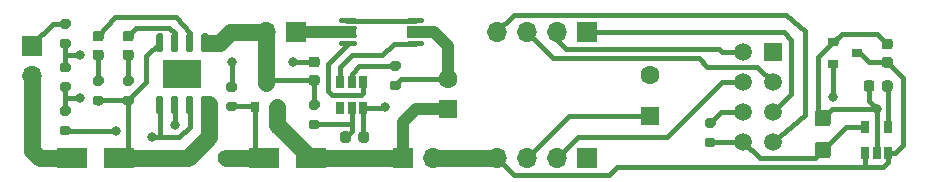
<source format=gtl>
%TF.GenerationSoftware,KiCad,Pcbnew,5.1.8-5.1.8*%
%TF.CreationDate,2022-10-01T18:22:25+01:00*%
%TF.ProjectId,ESPower,4553506f-7765-4722-9e6b-696361645f70,rev?*%
%TF.SameCoordinates,Original*%
%TF.FileFunction,Copper,L1,Top*%
%TF.FilePolarity,Positive*%
%FSLAX46Y46*%
G04 Gerber Fmt 4.6, Leading zero omitted, Abs format (unit mm)*
G04 Created by KiCad (PCBNEW 5.1.8-5.1.8) date 2022-10-01 18:22:25*
%MOMM*%
%LPD*%
G01*
G04 APERTURE LIST*
%TA.AperFunction,SMDPad,CuDef*%
%ADD10R,2.500000X1.800000*%
%TD*%
%TA.AperFunction,ComponentPad*%
%ADD11C,1.500000*%
%TD*%
%TA.AperFunction,ComponentPad*%
%ADD12R,1.500000X1.500000*%
%TD*%
%TA.AperFunction,SMDPad,CuDef*%
%ADD13R,0.900000X0.800000*%
%TD*%
%TA.AperFunction,SMDPad,CuDef*%
%ADD14R,0.650000X1.060000*%
%TD*%
%TA.AperFunction,SMDPad,CuDef*%
%ADD15R,3.200000X2.400000*%
%TD*%
%TA.AperFunction,SMDPad,CuDef*%
%ADD16R,0.800000X0.900000*%
%TD*%
%TA.AperFunction,ComponentPad*%
%ADD17R,1.700000X1.700000*%
%TD*%
%TA.AperFunction,ComponentPad*%
%ADD18O,1.700000X1.700000*%
%TD*%
%TA.AperFunction,ComponentPad*%
%ADD19C,1.600000*%
%TD*%
%TA.AperFunction,ComponentPad*%
%ADD20R,1.600000X1.600000*%
%TD*%
%TA.AperFunction,ViaPad*%
%ADD21C,0.800000*%
%TD*%
%TA.AperFunction,ViaPad*%
%ADD22C,1.400000*%
%TD*%
%TA.AperFunction,Conductor*%
%ADD23C,0.300000*%
%TD*%
%TA.AperFunction,Conductor*%
%ADD24C,0.400000*%
%TD*%
%TA.AperFunction,Conductor*%
%ADD25C,1.050000*%
%TD*%
%TA.AperFunction,Conductor*%
%ADD26C,1.400000*%
%TD*%
G04 APERTURE END LIST*
D10*
X103664000Y-106807000D03*
X107664000Y-106807000D03*
X87408000Y-106807000D03*
X91408000Y-106807000D03*
%TA.AperFunction,SMDPad,CuDef*%
G36*
G01*
X87143000Y-99524000D02*
X86593000Y-99524000D01*
G75*
G02*
X86393000Y-99324000I0J200000D01*
G01*
X86393000Y-98924000D01*
G75*
G02*
X86593000Y-98724000I200000J0D01*
G01*
X87143000Y-98724000D01*
G75*
G02*
X87343000Y-98924000I0J-200000D01*
G01*
X87343000Y-99324000D01*
G75*
G02*
X87143000Y-99524000I-200000J0D01*
G01*
G37*
%TD.AperFunction*%
%TA.AperFunction,SMDPad,CuDef*%
G36*
G01*
X87143000Y-101174000D02*
X86593000Y-101174000D01*
G75*
G02*
X86393000Y-100974000I0J200000D01*
G01*
X86393000Y-100574000D01*
G75*
G02*
X86593000Y-100374000I200000J0D01*
G01*
X87143000Y-100374000D01*
G75*
G02*
X87343000Y-100574000I0J-200000D01*
G01*
X87343000Y-100974000D01*
G75*
G02*
X87143000Y-101174000I-200000J0D01*
G01*
G37*
%TD.AperFunction*%
D11*
X144272000Y-105410000D03*
X144272000Y-102870000D03*
X144272000Y-100330000D03*
X144272000Y-97790000D03*
D12*
X146812000Y-97790000D03*
D11*
X146812000Y-100330000D03*
X146812000Y-102870000D03*
X146812000Y-105410000D03*
D13*
X153908000Y-97917000D03*
X151908000Y-98867000D03*
X151908000Y-96967000D03*
D14*
X154625000Y-104183000D03*
X156525000Y-104183000D03*
X156525000Y-106383000D03*
X155575000Y-106383000D03*
X154625000Y-106383000D03*
X111125000Y-102573000D03*
X112075000Y-102573000D03*
X110175000Y-102573000D03*
X110175000Y-100373000D03*
X111125000Y-100373000D03*
X112075000Y-100373000D03*
D15*
X96774000Y-99695000D03*
%TA.AperFunction,SMDPad,CuDef*%
G36*
G01*
X95019000Y-97845000D02*
X94719000Y-97845000D01*
G75*
G02*
X94569000Y-97695000I0J150000D01*
G01*
X94569000Y-96395000D01*
G75*
G02*
X94719000Y-96245000I150000J0D01*
G01*
X95019000Y-96245000D01*
G75*
G02*
X95169000Y-96395000I0J-150000D01*
G01*
X95169000Y-97695000D01*
G75*
G02*
X95019000Y-97845000I-150000J0D01*
G01*
G37*
%TD.AperFunction*%
%TA.AperFunction,SMDPad,CuDef*%
G36*
G01*
X96289000Y-97845000D02*
X95989000Y-97845000D01*
G75*
G02*
X95839000Y-97695000I0J150000D01*
G01*
X95839000Y-96395000D01*
G75*
G02*
X95989000Y-96245000I150000J0D01*
G01*
X96289000Y-96245000D01*
G75*
G02*
X96439000Y-96395000I0J-150000D01*
G01*
X96439000Y-97695000D01*
G75*
G02*
X96289000Y-97845000I-150000J0D01*
G01*
G37*
%TD.AperFunction*%
%TA.AperFunction,SMDPad,CuDef*%
G36*
G01*
X97559000Y-97845000D02*
X97259000Y-97845000D01*
G75*
G02*
X97109000Y-97695000I0J150000D01*
G01*
X97109000Y-96395000D01*
G75*
G02*
X97259000Y-96245000I150000J0D01*
G01*
X97559000Y-96245000D01*
G75*
G02*
X97709000Y-96395000I0J-150000D01*
G01*
X97709000Y-97695000D01*
G75*
G02*
X97559000Y-97845000I-150000J0D01*
G01*
G37*
%TD.AperFunction*%
%TA.AperFunction,SMDPad,CuDef*%
G36*
G01*
X98829000Y-97845000D02*
X98529000Y-97845000D01*
G75*
G02*
X98379000Y-97695000I0J150000D01*
G01*
X98379000Y-96395000D01*
G75*
G02*
X98529000Y-96245000I150000J0D01*
G01*
X98829000Y-96245000D01*
G75*
G02*
X98979000Y-96395000I0J-150000D01*
G01*
X98979000Y-97695000D01*
G75*
G02*
X98829000Y-97845000I-150000J0D01*
G01*
G37*
%TD.AperFunction*%
%TA.AperFunction,SMDPad,CuDef*%
G36*
G01*
X98829000Y-103145000D02*
X98529000Y-103145000D01*
G75*
G02*
X98379000Y-102995000I0J150000D01*
G01*
X98379000Y-101695000D01*
G75*
G02*
X98529000Y-101545000I150000J0D01*
G01*
X98829000Y-101545000D01*
G75*
G02*
X98979000Y-101695000I0J-150000D01*
G01*
X98979000Y-102995000D01*
G75*
G02*
X98829000Y-103145000I-150000J0D01*
G01*
G37*
%TD.AperFunction*%
%TA.AperFunction,SMDPad,CuDef*%
G36*
G01*
X97559000Y-103145000D02*
X97259000Y-103145000D01*
G75*
G02*
X97109000Y-102995000I0J150000D01*
G01*
X97109000Y-101695000D01*
G75*
G02*
X97259000Y-101545000I150000J0D01*
G01*
X97559000Y-101545000D01*
G75*
G02*
X97709000Y-101695000I0J-150000D01*
G01*
X97709000Y-102995000D01*
G75*
G02*
X97559000Y-103145000I-150000J0D01*
G01*
G37*
%TD.AperFunction*%
%TA.AperFunction,SMDPad,CuDef*%
G36*
G01*
X96289000Y-103145000D02*
X95989000Y-103145000D01*
G75*
G02*
X95839000Y-102995000I0J150000D01*
G01*
X95839000Y-101695000D01*
G75*
G02*
X95989000Y-101545000I150000J0D01*
G01*
X96289000Y-101545000D01*
G75*
G02*
X96439000Y-101695000I0J-150000D01*
G01*
X96439000Y-102995000D01*
G75*
G02*
X96289000Y-103145000I-150000J0D01*
G01*
G37*
%TD.AperFunction*%
%TA.AperFunction,SMDPad,CuDef*%
G36*
G01*
X95019000Y-103145000D02*
X94719000Y-103145000D01*
G75*
G02*
X94569000Y-102995000I0J150000D01*
G01*
X94569000Y-101695000D01*
G75*
G02*
X94719000Y-101545000I150000J0D01*
G01*
X95019000Y-101545000D01*
G75*
G02*
X95169000Y-101695000I0J-150000D01*
G01*
X95169000Y-102995000D01*
G75*
G02*
X95019000Y-103145000I-150000J0D01*
G01*
G37*
%TD.AperFunction*%
%TA.AperFunction,SMDPad,CuDef*%
G36*
G01*
X141753000Y-104223000D02*
X141203000Y-104223000D01*
G75*
G02*
X141003000Y-104023000I0J200000D01*
G01*
X141003000Y-103623000D01*
G75*
G02*
X141203000Y-103423000I200000J0D01*
G01*
X141753000Y-103423000D01*
G75*
G02*
X141953000Y-103623000I0J-200000D01*
G01*
X141953000Y-104023000D01*
G75*
G02*
X141753000Y-104223000I-200000J0D01*
G01*
G37*
%TD.AperFunction*%
%TA.AperFunction,SMDPad,CuDef*%
G36*
G01*
X141753000Y-105873000D02*
X141203000Y-105873000D01*
G75*
G02*
X141003000Y-105673000I0J200000D01*
G01*
X141003000Y-105273000D01*
G75*
G02*
X141203000Y-105073000I200000J0D01*
G01*
X141753000Y-105073000D01*
G75*
G02*
X141953000Y-105273000I0J-200000D01*
G01*
X141953000Y-105673000D01*
G75*
G02*
X141753000Y-105873000I-200000J0D01*
G01*
G37*
%TD.AperFunction*%
%TA.AperFunction,SMDPad,CuDef*%
G36*
G01*
X107675000Y-103549000D02*
X108225000Y-103549000D01*
G75*
G02*
X108425000Y-103749000I0J-200000D01*
G01*
X108425000Y-104149000D01*
G75*
G02*
X108225000Y-104349000I-200000J0D01*
G01*
X107675000Y-104349000D01*
G75*
G02*
X107475000Y-104149000I0J200000D01*
G01*
X107475000Y-103749000D01*
G75*
G02*
X107675000Y-103549000I200000J0D01*
G01*
G37*
%TD.AperFunction*%
%TA.AperFunction,SMDPad,CuDef*%
G36*
G01*
X107675000Y-101899000D02*
X108225000Y-101899000D01*
G75*
G02*
X108425000Y-102099000I0J-200000D01*
G01*
X108425000Y-102499000D01*
G75*
G02*
X108225000Y-102699000I-200000J0D01*
G01*
X107675000Y-102699000D01*
G75*
G02*
X107475000Y-102499000I0J200000D01*
G01*
X107475000Y-102099000D01*
G75*
G02*
X107675000Y-101899000I200000J0D01*
G01*
G37*
%TD.AperFunction*%
%TA.AperFunction,SMDPad,CuDef*%
G36*
G01*
X87143000Y-95841000D02*
X86593000Y-95841000D01*
G75*
G02*
X86393000Y-95641000I0J200000D01*
G01*
X86393000Y-95241000D01*
G75*
G02*
X86593000Y-95041000I200000J0D01*
G01*
X87143000Y-95041000D01*
G75*
G02*
X87343000Y-95241000I0J-200000D01*
G01*
X87343000Y-95641000D01*
G75*
G02*
X87143000Y-95841000I-200000J0D01*
G01*
G37*
%TD.AperFunction*%
%TA.AperFunction,SMDPad,CuDef*%
G36*
G01*
X87143000Y-97491000D02*
X86593000Y-97491000D01*
G75*
G02*
X86393000Y-97291000I0J200000D01*
G01*
X86393000Y-96891000D01*
G75*
G02*
X86593000Y-96691000I200000J0D01*
G01*
X87143000Y-96691000D01*
G75*
G02*
X87343000Y-96891000I0J-200000D01*
G01*
X87343000Y-97291000D01*
G75*
G02*
X87143000Y-97491000I-200000J0D01*
G01*
G37*
%TD.AperFunction*%
%TA.AperFunction,SMDPad,CuDef*%
G36*
G01*
X87143000Y-103207000D02*
X86593000Y-103207000D01*
G75*
G02*
X86393000Y-103007000I0J200000D01*
G01*
X86393000Y-102607000D01*
G75*
G02*
X86593000Y-102407000I200000J0D01*
G01*
X87143000Y-102407000D01*
G75*
G02*
X87343000Y-102607000I0J-200000D01*
G01*
X87343000Y-103007000D01*
G75*
G02*
X87143000Y-103207000I-200000J0D01*
G01*
G37*
%TD.AperFunction*%
%TA.AperFunction,SMDPad,CuDef*%
G36*
G01*
X87143000Y-104857000D02*
X86593000Y-104857000D01*
G75*
G02*
X86393000Y-104657000I0J200000D01*
G01*
X86393000Y-104257000D01*
G75*
G02*
X86593000Y-104057000I200000J0D01*
G01*
X87143000Y-104057000D01*
G75*
G02*
X87343000Y-104257000I0J-200000D01*
G01*
X87343000Y-104657000D01*
G75*
G02*
X87143000Y-104857000I-200000J0D01*
G01*
G37*
%TD.AperFunction*%
%TA.AperFunction,SMDPad,CuDef*%
G36*
G01*
X92477000Y-100667000D02*
X91927000Y-100667000D01*
G75*
G02*
X91727000Y-100467000I0J200000D01*
G01*
X91727000Y-100067000D01*
G75*
G02*
X91927000Y-99867000I200000J0D01*
G01*
X92477000Y-99867000D01*
G75*
G02*
X92677000Y-100067000I0J-200000D01*
G01*
X92677000Y-100467000D01*
G75*
G02*
X92477000Y-100667000I-200000J0D01*
G01*
G37*
%TD.AperFunction*%
%TA.AperFunction,SMDPad,CuDef*%
G36*
G01*
X92477000Y-102317000D02*
X91927000Y-102317000D01*
G75*
G02*
X91727000Y-102117000I0J200000D01*
G01*
X91727000Y-101717000D01*
G75*
G02*
X91927000Y-101517000I200000J0D01*
G01*
X92477000Y-101517000D01*
G75*
G02*
X92677000Y-101717000I0J-200000D01*
G01*
X92677000Y-102117000D01*
G75*
G02*
X92477000Y-102317000I-200000J0D01*
G01*
G37*
%TD.AperFunction*%
%TA.AperFunction,SMDPad,CuDef*%
G36*
G01*
X89937000Y-100667000D02*
X89387000Y-100667000D01*
G75*
G02*
X89187000Y-100467000I0J200000D01*
G01*
X89187000Y-100067000D01*
G75*
G02*
X89387000Y-99867000I200000J0D01*
G01*
X89937000Y-99867000D01*
G75*
G02*
X90137000Y-100067000I0J-200000D01*
G01*
X90137000Y-100467000D01*
G75*
G02*
X89937000Y-100667000I-200000J0D01*
G01*
G37*
%TD.AperFunction*%
%TA.AperFunction,SMDPad,CuDef*%
G36*
G01*
X89937000Y-102317000D02*
X89387000Y-102317000D01*
G75*
G02*
X89187000Y-102117000I0J200000D01*
G01*
X89187000Y-101717000D01*
G75*
G02*
X89387000Y-101517000I200000J0D01*
G01*
X89937000Y-101517000D01*
G75*
G02*
X90137000Y-101717000I0J-200000D01*
G01*
X90137000Y-102117000D01*
G75*
G02*
X89937000Y-102317000I-200000J0D01*
G01*
G37*
%TD.AperFunction*%
%TA.AperFunction,SMDPad,CuDef*%
G36*
G01*
X114533000Y-100247000D02*
X115083000Y-100247000D01*
G75*
G02*
X115283000Y-100447000I0J-200000D01*
G01*
X115283000Y-100847000D01*
G75*
G02*
X115083000Y-101047000I-200000J0D01*
G01*
X114533000Y-101047000D01*
G75*
G02*
X114333000Y-100847000I0J200000D01*
G01*
X114333000Y-100447000D01*
G75*
G02*
X114533000Y-100247000I200000J0D01*
G01*
G37*
%TD.AperFunction*%
%TA.AperFunction,SMDPad,CuDef*%
G36*
G01*
X114533000Y-98597000D02*
X115083000Y-98597000D01*
G75*
G02*
X115283000Y-98797000I0J-200000D01*
G01*
X115283000Y-99197000D01*
G75*
G02*
X115083000Y-99397000I-200000J0D01*
G01*
X114533000Y-99397000D01*
G75*
G02*
X114333000Y-99197000I0J200000D01*
G01*
X114333000Y-98797000D01*
G75*
G02*
X114533000Y-98597000I200000J0D01*
G01*
G37*
%TD.AperFunction*%
%TA.AperFunction,SMDPad,CuDef*%
G36*
G01*
X101240000Y-101175000D02*
X100690000Y-101175000D01*
G75*
G02*
X100490000Y-100975000I0J200000D01*
G01*
X100490000Y-100575000D01*
G75*
G02*
X100690000Y-100375000I200000J0D01*
G01*
X101240000Y-100375000D01*
G75*
G02*
X101440000Y-100575000I0J-200000D01*
G01*
X101440000Y-100975000D01*
G75*
G02*
X101240000Y-101175000I-200000J0D01*
G01*
G37*
%TD.AperFunction*%
%TA.AperFunction,SMDPad,CuDef*%
G36*
G01*
X101240000Y-102825000D02*
X100690000Y-102825000D01*
G75*
G02*
X100490000Y-102625000I0J200000D01*
G01*
X100490000Y-102225000D01*
G75*
G02*
X100690000Y-102025000I200000J0D01*
G01*
X101240000Y-102025000D01*
G75*
G02*
X101440000Y-102225000I0J-200000D01*
G01*
X101440000Y-102625000D01*
G75*
G02*
X101240000Y-102825000I-200000J0D01*
G01*
G37*
%TD.AperFunction*%
%TA.AperFunction,SMDPad,CuDef*%
G36*
G01*
X115790000Y-95264000D02*
X115790000Y-95064000D01*
G75*
G02*
X115890000Y-94964000I100000J0D01*
G01*
X117165000Y-94964000D01*
G75*
G02*
X117265000Y-95064000I0J-100000D01*
G01*
X117265000Y-95264000D01*
G75*
G02*
X117165000Y-95364000I-100000J0D01*
G01*
X115890000Y-95364000D01*
G75*
G02*
X115790000Y-95264000I0J100000D01*
G01*
G37*
%TD.AperFunction*%
%TA.AperFunction,SMDPad,CuDef*%
G36*
G01*
X115790000Y-95914000D02*
X115790000Y-95714000D01*
G75*
G02*
X115890000Y-95614000I100000J0D01*
G01*
X117165000Y-95614000D01*
G75*
G02*
X117265000Y-95714000I0J-100000D01*
G01*
X117265000Y-95914000D01*
G75*
G02*
X117165000Y-96014000I-100000J0D01*
G01*
X115890000Y-96014000D01*
G75*
G02*
X115790000Y-95914000I0J100000D01*
G01*
G37*
%TD.AperFunction*%
%TA.AperFunction,SMDPad,CuDef*%
G36*
G01*
X115790000Y-96564000D02*
X115790000Y-96364000D01*
G75*
G02*
X115890000Y-96264000I100000J0D01*
G01*
X117165000Y-96264000D01*
G75*
G02*
X117265000Y-96364000I0J-100000D01*
G01*
X117265000Y-96564000D01*
G75*
G02*
X117165000Y-96664000I-100000J0D01*
G01*
X115890000Y-96664000D01*
G75*
G02*
X115790000Y-96564000I0J100000D01*
G01*
G37*
%TD.AperFunction*%
%TA.AperFunction,SMDPad,CuDef*%
G36*
G01*
X115790000Y-97214000D02*
X115790000Y-97014000D01*
G75*
G02*
X115890000Y-96914000I100000J0D01*
G01*
X117165000Y-96914000D01*
G75*
G02*
X117265000Y-97014000I0J-100000D01*
G01*
X117265000Y-97214000D01*
G75*
G02*
X117165000Y-97314000I-100000J0D01*
G01*
X115890000Y-97314000D01*
G75*
G02*
X115790000Y-97214000I0J100000D01*
G01*
G37*
%TD.AperFunction*%
%TA.AperFunction,SMDPad,CuDef*%
G36*
G01*
X110065000Y-97214000D02*
X110065000Y-97014000D01*
G75*
G02*
X110165000Y-96914000I100000J0D01*
G01*
X111440000Y-96914000D01*
G75*
G02*
X111540000Y-97014000I0J-100000D01*
G01*
X111540000Y-97214000D01*
G75*
G02*
X111440000Y-97314000I-100000J0D01*
G01*
X110165000Y-97314000D01*
G75*
G02*
X110065000Y-97214000I0J100000D01*
G01*
G37*
%TD.AperFunction*%
%TA.AperFunction,SMDPad,CuDef*%
G36*
G01*
X110065000Y-96564000D02*
X110065000Y-96364000D01*
G75*
G02*
X110165000Y-96264000I100000J0D01*
G01*
X111440000Y-96264000D01*
G75*
G02*
X111540000Y-96364000I0J-100000D01*
G01*
X111540000Y-96564000D01*
G75*
G02*
X111440000Y-96664000I-100000J0D01*
G01*
X110165000Y-96664000D01*
G75*
G02*
X110065000Y-96564000I0J100000D01*
G01*
G37*
%TD.AperFunction*%
%TA.AperFunction,SMDPad,CuDef*%
G36*
G01*
X110065000Y-95914000D02*
X110065000Y-95714000D01*
G75*
G02*
X110165000Y-95614000I100000J0D01*
G01*
X111440000Y-95614000D01*
G75*
G02*
X111540000Y-95714000I0J-100000D01*
G01*
X111540000Y-95914000D01*
G75*
G02*
X111440000Y-96014000I-100000J0D01*
G01*
X110165000Y-96014000D01*
G75*
G02*
X110065000Y-95914000I0J100000D01*
G01*
G37*
%TD.AperFunction*%
%TA.AperFunction,SMDPad,CuDef*%
G36*
G01*
X110065000Y-95264000D02*
X110065000Y-95064000D01*
G75*
G02*
X110165000Y-94964000I100000J0D01*
G01*
X111440000Y-94964000D01*
G75*
G02*
X111540000Y-95064000I0J-100000D01*
G01*
X111540000Y-95264000D01*
G75*
G02*
X111440000Y-95364000I-100000J0D01*
G01*
X110165000Y-95364000D01*
G75*
G02*
X110065000Y-95264000I0J100000D01*
G01*
G37*
%TD.AperFunction*%
D16*
X103886000Y-100473000D03*
X104836000Y-102473000D03*
X102936000Y-102473000D03*
D17*
X131064000Y-96139000D03*
D18*
X128524000Y-96139000D03*
X125984000Y-96139000D03*
X123444000Y-96139000D03*
D17*
X106401000Y-96139000D03*
D18*
X103861000Y-96139000D03*
D17*
X131039000Y-106807000D03*
D18*
X128499000Y-106807000D03*
X125959000Y-106807000D03*
X123419000Y-106807000D03*
D17*
X115443000Y-106807000D03*
D18*
X117983000Y-106807000D03*
X84074000Y-99822000D03*
D17*
X84074000Y-97282000D03*
%TA.AperFunction,SMDPad,CuDef*%
G36*
G01*
X91945750Y-97632000D02*
X92458250Y-97632000D01*
G75*
G02*
X92677000Y-97850750I0J-218750D01*
G01*
X92677000Y-98288250D01*
G75*
G02*
X92458250Y-98507000I-218750J0D01*
G01*
X91945750Y-98507000D01*
G75*
G02*
X91727000Y-98288250I0J218750D01*
G01*
X91727000Y-97850750D01*
G75*
G02*
X91945750Y-97632000I218750J0D01*
G01*
G37*
%TD.AperFunction*%
%TA.AperFunction,SMDPad,CuDef*%
G36*
G01*
X91945750Y-96057000D02*
X92458250Y-96057000D01*
G75*
G02*
X92677000Y-96275750I0J-218750D01*
G01*
X92677000Y-96713250D01*
G75*
G02*
X92458250Y-96932000I-218750J0D01*
G01*
X91945750Y-96932000D01*
G75*
G02*
X91727000Y-96713250I0J218750D01*
G01*
X91727000Y-96275750D01*
G75*
G02*
X91945750Y-96057000I218750J0D01*
G01*
G37*
%TD.AperFunction*%
%TA.AperFunction,SMDPad,CuDef*%
G36*
G01*
X89405750Y-97632000D02*
X89918250Y-97632000D01*
G75*
G02*
X90137000Y-97850750I0J-218750D01*
G01*
X90137000Y-98288250D01*
G75*
G02*
X89918250Y-98507000I-218750J0D01*
G01*
X89405750Y-98507000D01*
G75*
G02*
X89187000Y-98288250I0J218750D01*
G01*
X89187000Y-97850750D01*
G75*
G02*
X89405750Y-97632000I218750J0D01*
G01*
G37*
%TD.AperFunction*%
%TA.AperFunction,SMDPad,CuDef*%
G36*
G01*
X89405750Y-96057000D02*
X89918250Y-96057000D01*
G75*
G02*
X90137000Y-96275750I0J-218750D01*
G01*
X90137000Y-96713250D01*
G75*
G02*
X89918250Y-96932000I-218750J0D01*
G01*
X89405750Y-96932000D01*
G75*
G02*
X89187000Y-96713250I0J218750D01*
G01*
X89187000Y-96275750D01*
G75*
G02*
X89405750Y-96057000I218750J0D01*
G01*
G37*
%TD.AperFunction*%
D19*
X136398000Y-99751000D03*
D20*
X136398000Y-103251000D03*
%TA.AperFunction,SMDPad,CuDef*%
G36*
G01*
X156714000Y-97592000D02*
X156214000Y-97592000D01*
G75*
G02*
X155989000Y-97367000I0J225000D01*
G01*
X155989000Y-96917000D01*
G75*
G02*
X156214000Y-96692000I225000J0D01*
G01*
X156714000Y-96692000D01*
G75*
G02*
X156939000Y-96917000I0J-225000D01*
G01*
X156939000Y-97367000D01*
G75*
G02*
X156714000Y-97592000I-225000J0D01*
G01*
G37*
%TD.AperFunction*%
%TA.AperFunction,SMDPad,CuDef*%
G36*
G01*
X156714000Y-99142000D02*
X156214000Y-99142000D01*
G75*
G02*
X155989000Y-98917000I0J225000D01*
G01*
X155989000Y-98467000D01*
G75*
G02*
X156214000Y-98242000I225000J0D01*
G01*
X156714000Y-98242000D01*
G75*
G02*
X156939000Y-98467000I0J-225000D01*
G01*
X156939000Y-98917000D01*
G75*
G02*
X156714000Y-99142000I-225000J0D01*
G01*
G37*
%TD.AperFunction*%
%TA.AperFunction,SMDPad,CuDef*%
G36*
G01*
X108200000Y-99116000D02*
X107700000Y-99116000D01*
G75*
G02*
X107475000Y-98891000I0J225000D01*
G01*
X107475000Y-98441000D01*
G75*
G02*
X107700000Y-98216000I225000J0D01*
G01*
X108200000Y-98216000D01*
G75*
G02*
X108425000Y-98441000I0J-225000D01*
G01*
X108425000Y-98891000D01*
G75*
G02*
X108200000Y-99116000I-225000J0D01*
G01*
G37*
%TD.AperFunction*%
%TA.AperFunction,SMDPad,CuDef*%
G36*
G01*
X108200000Y-100666000D02*
X107700000Y-100666000D01*
G75*
G02*
X107475000Y-100441000I0J225000D01*
G01*
X107475000Y-99991000D01*
G75*
G02*
X107700000Y-99766000I225000J0D01*
G01*
X108200000Y-99766000D01*
G75*
G02*
X108425000Y-99991000I0J-225000D01*
G01*
X108425000Y-100441000D01*
G75*
G02*
X108200000Y-100666000I-225000J0D01*
G01*
G37*
%TD.AperFunction*%
%TA.AperFunction,SMDPad,CuDef*%
G36*
G01*
X111704000Y-105279000D02*
X111704000Y-104779000D01*
G75*
G02*
X111929000Y-104554000I225000J0D01*
G01*
X112379000Y-104554000D01*
G75*
G02*
X112604000Y-104779000I0J-225000D01*
G01*
X112604000Y-105279000D01*
G75*
G02*
X112379000Y-105504000I-225000J0D01*
G01*
X111929000Y-105504000D01*
G75*
G02*
X111704000Y-105279000I0J225000D01*
G01*
G37*
%TD.AperFunction*%
%TA.AperFunction,SMDPad,CuDef*%
G36*
G01*
X110154000Y-105279000D02*
X110154000Y-104779000D01*
G75*
G02*
X110379000Y-104554000I225000J0D01*
G01*
X110829000Y-104554000D01*
G75*
G02*
X111054000Y-104779000I0J-225000D01*
G01*
X111054000Y-105279000D01*
G75*
G02*
X110829000Y-105504000I-225000J0D01*
G01*
X110379000Y-105504000D01*
G75*
G02*
X110154000Y-105279000I0J225000D01*
G01*
G37*
%TD.AperFunction*%
%TA.AperFunction,SMDPad,CuDef*%
G36*
G01*
X151428001Y-104125000D02*
X150577999Y-104125000D01*
G75*
G02*
X150328000Y-103875001I0J249999D01*
G01*
X150328000Y-102974999D01*
G75*
G02*
X150577999Y-102725000I249999J0D01*
G01*
X151428001Y-102725000D01*
G75*
G02*
X151678000Y-102974999I0J-249999D01*
G01*
X151678000Y-103875001D01*
G75*
G02*
X151428001Y-104125000I-249999J0D01*
G01*
G37*
%TD.AperFunction*%
%TA.AperFunction,SMDPad,CuDef*%
G36*
G01*
X151428001Y-106825000D02*
X150577999Y-106825000D01*
G75*
G02*
X150328000Y-106575001I0J249999D01*
G01*
X150328000Y-105674999D01*
G75*
G02*
X150577999Y-105425000I249999J0D01*
G01*
X151428001Y-105425000D01*
G75*
G02*
X151678000Y-105674999I0J-249999D01*
G01*
X151678000Y-106575001D01*
G75*
G02*
X151428001Y-106825000I-249999J0D01*
G01*
G37*
%TD.AperFunction*%
%TA.AperFunction,SMDPad,CuDef*%
G36*
G01*
X155377000Y-100461000D02*
X155377000Y-100961000D01*
G75*
G02*
X155152000Y-101186000I-225000J0D01*
G01*
X154702000Y-101186000D01*
G75*
G02*
X154477000Y-100961000I0J225000D01*
G01*
X154477000Y-100461000D01*
G75*
G02*
X154702000Y-100236000I225000J0D01*
G01*
X155152000Y-100236000D01*
G75*
G02*
X155377000Y-100461000I0J-225000D01*
G01*
G37*
%TD.AperFunction*%
%TA.AperFunction,SMDPad,CuDef*%
G36*
G01*
X156927000Y-100461000D02*
X156927000Y-100961000D01*
G75*
G02*
X156702000Y-101186000I-225000J0D01*
G01*
X156252000Y-101186000D01*
G75*
G02*
X156027000Y-100961000I0J225000D01*
G01*
X156027000Y-100461000D01*
G75*
G02*
X156252000Y-100236000I225000J0D01*
G01*
X156702000Y-100236000D01*
G75*
G02*
X156927000Y-100461000I0J-225000D01*
G01*
G37*
%TD.AperFunction*%
D19*
X119253000Y-100116000D03*
D20*
X119253000Y-102616000D03*
D21*
X155575000Y-102616000D03*
X106172000Y-98679000D03*
X94234000Y-105029000D03*
X100965000Y-98679000D03*
X113919000Y-102489000D03*
D22*
X95123000Y-106807000D03*
X100457000Y-106807000D03*
D21*
X88138000Y-101727000D03*
X96139000Y-104013000D03*
X91186000Y-104521000D03*
X88138000Y-98044000D03*
X151892000Y-101600000D03*
D23*
X119253000Y-99751000D02*
X119253000Y-99862000D01*
D24*
X155575000Y-102616000D02*
X155575000Y-106383000D01*
X154927000Y-101968000D02*
X155575000Y-102616000D01*
X154927000Y-100711000D02*
X154927000Y-101968000D01*
D23*
X152162000Y-96967000D02*
X152162000Y-97012000D01*
D24*
X152162000Y-96967000D02*
X152162000Y-96885000D01*
D25*
X119253000Y-98298000D02*
X119253000Y-97864546D01*
X118110000Y-96139000D02*
X116332000Y-96139000D01*
X119253000Y-97282000D02*
X118110000Y-96139000D01*
X119253000Y-98298000D02*
X119253000Y-97282000D01*
D24*
X119063000Y-99124000D02*
X119253000Y-99314000D01*
D25*
X119253000Y-99314000D02*
X119253000Y-98298000D01*
X119253000Y-100116000D02*
X119253000Y-99314000D01*
D24*
X97409000Y-102345000D02*
X97409000Y-104140000D01*
X86868000Y-95441000D02*
X85813400Y-95441000D01*
X115339000Y-100116000D02*
X114808000Y-100647000D01*
X119253000Y-100116000D02*
X115339000Y-100116000D01*
X106286000Y-98666000D02*
X106172000Y-98552000D01*
X94869000Y-102345000D02*
X94869000Y-105029000D01*
X96520000Y-105029000D02*
X97409000Y-104140000D01*
X94869000Y-105029000D02*
X96520000Y-105029000D01*
X84074000Y-97180400D02*
X85813400Y-95441000D01*
X84074000Y-97282000D02*
X84074000Y-97180400D01*
X150622000Y-98253000D02*
X151908000Y-96967000D01*
X150622000Y-103044000D02*
X150622000Y-98253000D01*
X151003000Y-103425000D02*
X150622000Y-103044000D01*
X152609000Y-96266000D02*
X151908000Y-96967000D01*
X155588000Y-96266000D02*
X156464000Y-97142000D01*
X155321000Y-96266000D02*
X155588000Y-96266000D01*
X155321000Y-96266000D02*
X152609000Y-96266000D01*
X151812000Y-102616000D02*
X151003000Y-103425000D01*
X155575000Y-102616000D02*
X151812000Y-102616000D01*
X106185000Y-98666000D02*
X106172000Y-98679000D01*
X107950000Y-98666000D02*
X106185000Y-98666000D01*
X100965000Y-98679000D02*
X100965000Y-100775000D01*
X94869000Y-105029000D02*
X94234000Y-105029000D01*
D25*
X116586000Y-102616000D02*
X119253000Y-102616000D01*
X115443000Y-103759000D02*
X116586000Y-102616000D01*
X115443000Y-106807000D02*
X115443000Y-103759000D01*
D26*
X115443000Y-106807000D02*
X107664000Y-106807000D01*
X104836000Y-103979000D02*
X107664000Y-106807000D01*
X104836000Y-102473000D02*
X104836000Y-103979000D01*
D23*
X156525000Y-100759000D02*
X156477000Y-100711000D01*
D24*
X156525000Y-104183000D02*
X156525000Y-100759000D01*
X129540000Y-103251000D02*
X125984000Y-106807000D01*
D23*
X151403000Y-106106000D02*
X151384000Y-106125000D01*
X151384000Y-106125000D02*
X150923000Y-106125000D01*
X151384000Y-106125000D02*
X151384000Y-106172000D01*
D24*
X144272000Y-105410000D02*
X145669000Y-106807000D01*
X136398000Y-103251000D02*
X129540000Y-103251000D01*
X141541000Y-105410000D02*
X141478000Y-105473000D01*
X144272000Y-105410000D02*
X141541000Y-105410000D01*
X150321000Y-106807000D02*
X151003000Y-106125000D01*
X145669000Y-106807000D02*
X150321000Y-106807000D01*
X152945000Y-104183000D02*
X151003000Y-106125000D01*
X154625000Y-104183000D02*
X152945000Y-104183000D01*
D25*
X106401000Y-96139000D02*
X110998000Y-96139000D01*
D24*
X113835000Y-102573000D02*
X113919000Y-102489000D01*
X112075000Y-102573000D02*
X113835000Y-102573000D01*
X112075000Y-104950000D02*
X112154000Y-105029000D01*
X112075000Y-102573000D02*
X112075000Y-104950000D01*
X110604000Y-105029000D02*
X111125000Y-104508000D01*
X111062000Y-103949000D02*
X111125000Y-103886000D01*
X107950000Y-103949000D02*
X111062000Y-103949000D01*
X111125000Y-103886000D02*
X111125000Y-102573000D01*
X111125000Y-104508000D02*
X111125000Y-103886000D01*
X107947000Y-100473000D02*
X107950000Y-100470000D01*
D26*
X103861000Y-96139000D02*
X103861000Y-100448000D01*
D24*
X107950000Y-102299000D02*
X107950000Y-100216000D01*
X104143000Y-100216000D02*
X103886000Y-100473000D01*
X107950000Y-100216000D02*
X104143000Y-100216000D01*
D26*
X99949000Y-97028000D02*
X99060000Y-97028000D01*
X100838000Y-96139000D02*
X99949000Y-97028000D01*
X103861000Y-96139000D02*
X100838000Y-96139000D01*
D23*
X154175000Y-97930000D02*
X154162000Y-97917000D01*
D24*
X154625000Y-106383000D02*
X154625000Y-107508000D01*
D23*
X154625000Y-107508000D02*
X154686000Y-107569000D01*
D24*
X156083000Y-107569000D02*
X154686000Y-107569000D01*
X157160000Y-106383000D02*
X157818000Y-105725000D01*
X156525000Y-106383000D02*
X157160000Y-106383000D01*
X156525000Y-107127000D02*
X156083000Y-107569000D01*
X156525000Y-106383000D02*
X156525000Y-107127000D01*
D26*
X117983000Y-106807000D02*
X123419000Y-106807000D01*
D24*
X133604000Y-107569000D02*
X132911010Y-108261990D01*
X155956000Y-107569000D02*
X133604000Y-107569000D01*
X124873990Y-108261990D02*
X126676990Y-108261990D01*
X123419000Y-106807000D02*
X124873990Y-108261990D01*
X132911010Y-108261990D02*
X126676990Y-108261990D01*
X157818000Y-100033000D02*
X157818000Y-105725000D01*
X154950000Y-98705000D02*
X154162000Y-97917000D01*
X156451000Y-98705000D02*
X156464000Y-98692000D01*
X154950000Y-98705000D02*
X156451000Y-98705000D01*
X156477000Y-98692000D02*
X157818000Y-100033000D01*
X156464000Y-98692000D02*
X156477000Y-98692000D01*
D26*
X87408000Y-106807000D02*
X84709000Y-106807000D01*
X84074000Y-106172000D02*
X84709000Y-106807000D01*
X84074000Y-99822000D02*
X84074000Y-106172000D01*
D24*
X89662000Y-101917000D02*
X92202000Y-101917000D01*
X94869000Y-97045000D02*
X93726000Y-98188000D01*
X93726000Y-100393000D02*
X92202000Y-101917000D01*
X93726000Y-98188000D02*
X93726000Y-100393000D01*
X89662000Y-101917000D02*
X89662000Y-102108000D01*
X91694000Y-106521000D02*
X91408000Y-106807000D01*
X92202000Y-106553000D02*
X92456000Y-106807000D01*
D26*
X92456000Y-106807000D02*
X95123000Y-106807000D01*
D24*
X92202000Y-101917000D02*
X92202000Y-106553000D01*
D26*
X91408000Y-106807000D02*
X92456000Y-106807000D01*
X96901000Y-106807000D02*
X95123000Y-106807000D01*
X99060000Y-105029000D02*
X97282000Y-106807000D01*
X97282000Y-106807000D02*
X96901000Y-106807000D01*
X99060000Y-102235000D02*
X99060000Y-105029000D01*
D24*
X102936000Y-106079000D02*
X103664000Y-106807000D01*
X102936000Y-102473000D02*
X102936000Y-106079000D01*
D26*
X103664000Y-106807000D02*
X100457000Y-106807000D01*
D24*
X102888000Y-102425000D02*
X102936000Y-102473000D01*
X100965000Y-102425000D02*
X102888000Y-102425000D01*
X89662000Y-98069500D02*
X89662000Y-100267000D01*
D23*
X97409000Y-97299000D02*
X97409000Y-96931900D01*
X97409000Y-97045000D02*
X97409000Y-96245000D01*
D24*
X96287000Y-94869000D02*
X91059000Y-94869000D01*
X91059000Y-94869000D02*
X89662000Y-96494500D01*
X97409000Y-96245000D02*
X96287000Y-94869000D01*
X92202000Y-98069500D02*
X92202000Y-100267000D01*
D23*
X96139000Y-96989900D02*
X96139000Y-97299000D01*
X96139000Y-97045000D02*
X96139000Y-96245000D01*
D24*
X92901510Y-95794990D02*
X92202000Y-96494500D01*
X95688990Y-95794990D02*
X92901510Y-95794990D01*
X96139000Y-96245000D02*
X95688990Y-95794990D01*
X149479000Y-96025990D02*
X147897010Y-94684010D01*
X149479000Y-103124000D02*
X149479000Y-96025990D01*
X146812000Y-105410000D02*
X149479000Y-103124000D01*
X124841000Y-94684010D02*
X123386010Y-96139000D01*
X147897010Y-94684010D02*
X124841000Y-94684010D01*
X141224000Y-99060000D02*
X140504010Y-98340010D01*
X145415000Y-99060000D02*
X141224000Y-99060000D01*
X146812000Y-100330000D02*
X145415000Y-99060000D01*
X128185010Y-98340010D02*
X125984000Y-96139000D01*
X140504010Y-98340010D02*
X128185010Y-98340010D01*
X129286000Y-97536000D02*
X128524000Y-96774000D01*
D23*
X128524000Y-96774000D02*
X128524000Y-96139000D01*
D24*
X142240000Y-97536000D02*
X129286000Y-97536000D01*
X142494000Y-97790000D02*
X142240000Y-97536000D01*
X144272000Y-97790000D02*
X142494000Y-97790000D01*
X148336000Y-101346000D02*
X146812000Y-102870000D01*
X148336000Y-96774000D02*
X148336000Y-101346000D01*
X147701000Y-96139000D02*
X148336000Y-96774000D01*
X131064000Y-96139000D02*
X147701000Y-96139000D01*
X110734000Y-95164000D02*
X116459000Y-95164000D01*
X110175000Y-99126000D02*
X110175000Y-100373000D01*
X111193500Y-98107500D02*
X110175000Y-99126000D01*
X113728500Y-98107500D02*
X111193500Y-98107500D01*
X114722000Y-97114000D02*
X113728500Y-98107500D01*
X116527500Y-97114000D02*
X114722000Y-97114000D01*
X112075000Y-101285000D02*
X111887000Y-101473000D01*
X112075000Y-100373000D02*
X112075000Y-101285000D01*
X109093000Y-101092000D02*
X109474000Y-101473000D01*
X111887000Y-101473000D02*
X109474000Y-101473000D01*
X109110500Y-98806000D02*
X109093000Y-98806000D01*
X110802500Y-97114000D02*
X109110500Y-98806000D01*
X109093000Y-101092000D02*
X109093000Y-98806000D01*
X111125000Y-99657998D02*
X111125000Y-100373000D01*
X111785998Y-98997000D02*
X111125000Y-99657998D01*
X114808000Y-98997000D02*
X111785998Y-98997000D01*
X86995000Y-101727000D02*
X86868000Y-101600000D01*
X88138000Y-101727000D02*
X86995000Y-101727000D01*
X86868000Y-101600000D02*
X86868000Y-102807000D01*
X86868000Y-100774000D02*
X86868000Y-101600000D01*
D23*
X96139000Y-102946200D02*
X96139000Y-102599000D01*
X96139000Y-102906834D02*
X96139000Y-102599000D01*
D24*
X96139000Y-102345000D02*
X96139000Y-104013000D01*
X86932000Y-104521000D02*
X86868000Y-104457000D01*
X91186000Y-104521000D02*
X86932000Y-104521000D01*
X88138000Y-98044000D02*
X86868000Y-98044000D01*
X86868000Y-98044000D02*
X86868000Y-99124000D01*
X86868000Y-97091000D02*
X86868000Y-98044000D01*
X142431000Y-102870000D02*
X141478000Y-103823000D01*
X144272000Y-102870000D02*
X142431000Y-102870000D01*
X129540000Y-105778500D02*
X128511500Y-106807000D01*
X130277000Y-105029000D02*
X129527500Y-105778500D01*
X137795000Y-105029000D02*
X130277000Y-105029000D01*
X142494000Y-100330000D02*
X137795000Y-105029000D01*
X144272000Y-100330000D02*
X142494000Y-100330000D01*
X151908000Y-101584000D02*
X151892000Y-101600000D01*
X151908000Y-98867000D02*
X151908000Y-101584000D01*
M02*

</source>
